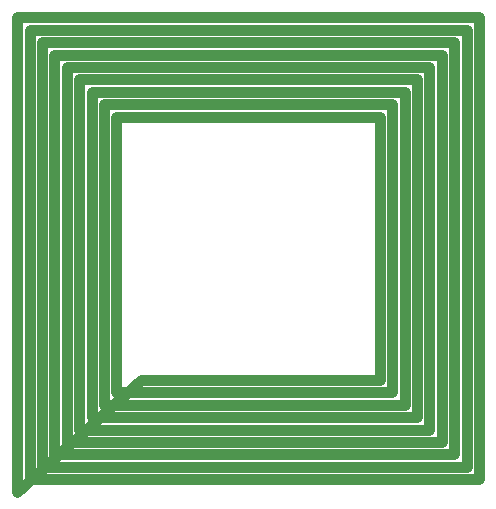
<source format=gbr>
%TF.GenerationSoftware,KiCad,Pcbnew,8.0.3*%
%TF.CreationDate,2024-07-09T15:00:48-07:00*%
%TF.ProjectId,,58585858-5858-4585-9858-585858585858,rev?*%
%TF.SameCoordinates,Original*%
%TF.FileFunction,Copper,L1,Top*%
%TF.FilePolarity,Positive*%
%FSLAX46Y46*%
G04 Gerber Fmt 4.6, Leading zero omitted, Abs format (unit mm)*
G04 Created by KiCad (PCBNEW 8.0.3) date 2024-07-09 15:00:48*
%MOMM*%
%LPD*%
G01*
G04 APERTURE LIST*
%TA.AperFunction,Conductor*%
%ADD10C,0.900000*%
%TD*%
G04 APERTURE END LIST*
D10*
%TO.N,*%
X140900000Y-111150000D02*
X130449999Y-120600000D01*
X161150000Y-111150000D02*
X140900000Y-111150000D01*
X161150000Y-88850000D02*
X161150000Y-111150000D01*
X138850000Y-88850000D02*
X161150000Y-88850000D01*
X138850000Y-112200000D02*
X138850000Y-88850000D01*
X162200000Y-112200000D02*
X138850000Y-112200000D01*
X162200000Y-87800000D02*
X162200000Y-112200000D01*
X137800000Y-87800000D02*
X162200000Y-87800000D01*
X137800000Y-113250000D02*
X137800000Y-87800000D01*
X163250000Y-113250000D02*
X137800000Y-113250000D01*
X163250000Y-86750000D02*
X163250000Y-113250000D01*
X136750000Y-86750000D02*
X163250000Y-86750000D01*
X136750000Y-114300000D02*
X136750000Y-86750000D01*
X164300000Y-114300000D02*
X136750000Y-114300000D01*
X164300000Y-85700000D02*
X164300000Y-114300000D01*
X135700000Y-85700000D02*
X164300000Y-85700000D01*
X135700000Y-115350000D02*
X135700000Y-85700000D01*
X165350000Y-115350000D02*
X135700000Y-115350000D01*
X165350000Y-84650000D02*
X165350000Y-115350000D01*
X134650000Y-84650000D02*
X165350000Y-84650000D01*
X134650000Y-116400000D02*
X134650000Y-84650000D01*
X166400000Y-116400000D02*
X134650000Y-116400000D01*
X166400000Y-83600000D02*
X166400000Y-116400000D01*
X133600000Y-83600000D02*
X166400000Y-83600000D01*
X133600000Y-117450000D02*
X133600000Y-83600000D01*
X167450000Y-117450000D02*
X133600000Y-117450000D01*
X167450000Y-82550000D02*
X167450000Y-117450000D01*
X132550000Y-82550000D02*
X167450000Y-82550000D01*
X132550000Y-118500000D02*
X132550000Y-82550000D01*
X168500000Y-118500000D02*
X132550000Y-118500000D01*
X168500000Y-81500000D02*
X168500000Y-118500000D01*
X131500000Y-81500000D02*
X168500000Y-81500000D01*
X131500000Y-119550000D02*
X131500000Y-81500000D01*
X169550000Y-119550000D02*
X131500000Y-119550000D01*
X169550000Y-80450000D02*
X169550000Y-119550000D01*
X130449999Y-80450000D02*
X169550000Y-80450000D01*
X130449999Y-120600000D02*
X130449999Y-80450000D01*
%TD*%
M02*

</source>
